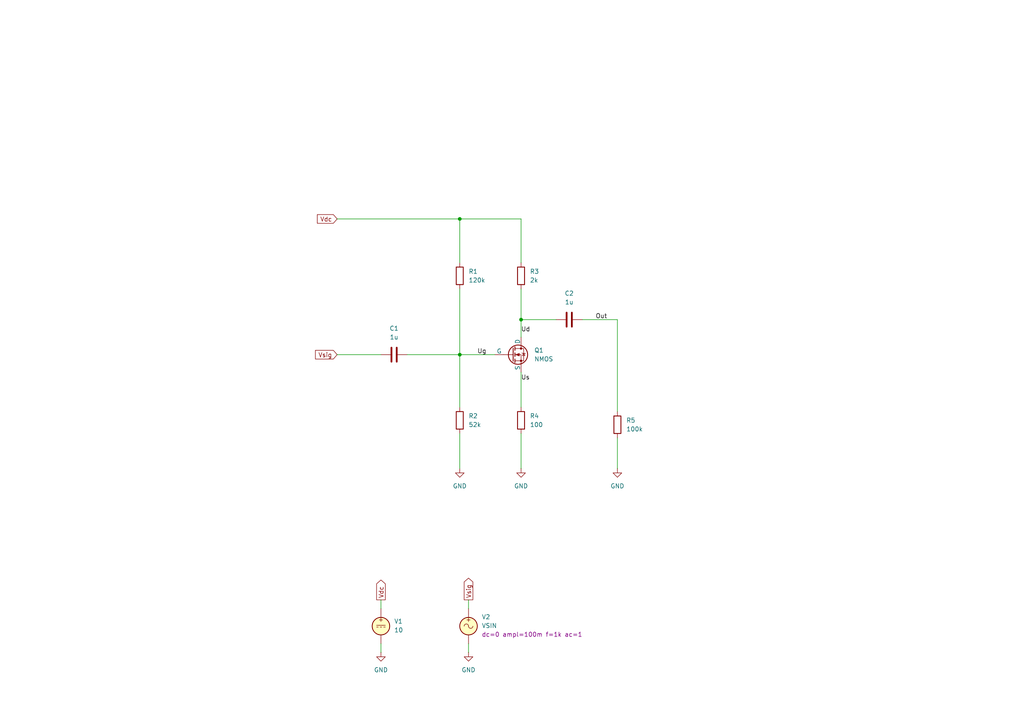
<source format=kicad_sch>
(kicad_sch (version 20250114) (generator "eeschema") (generator_version "9.0")
  (paper "A4")
  (title_block (title "NMOS as amplifier (CS)") (date "2025-03-02") (company "GitHub/OJStuff"))
  (lib_symbols
    (symbol "Device:C" (pin_numbers (hide yes)) (pin_names (offset 0.254))
      (property "Reference" "C" (at 0.635 2.54 0))
      (property "Value" "C" (at 0.635 -2.54 0))
      (symbol "C_0_1"
        (polyline (pts (xy -2.032 0.762) (xy 2.032 0.762)) (stroke (width 0.508)))
        (polyline (pts (xy -2.032 -0.762) (xy 2.032 -0.762)) (stroke (width 0.508)))
      )
      (symbol "C_1_1"
        (pin passive line (at 0 3.81 270) (length 2.794) (name "~") (number "1"))
        (pin passive line (at 0 -3.81 90) (length 2.794) (name "~") (number "2"))
      )
    )
    (symbol "Device:R" (pin_numbers (hide yes)) (pin_names (offset 0))
      (property "Reference" "R" (at 2.032 0 90))
      (property "Value" "R" (at 0 0 90))
      (symbol "R_0_1"
        (rectangle (start -1.016 -2.54) (end 1.016 2.54) (stroke (width 0.254)))
      )
      (symbol "R_1_1"
        (pin passive line (at 0 3.81 270) (length 1.27) (name "~") (number "1"))
        (pin passive line (at 0 -3.81 90) (length 1.27) (name "~") (number "2"))
      )
    )
    (symbol "Simulation_SPICE:NMOS" (pin_numbers (hide yes)) (pin_names (offset 0))
      (property "Reference" "Q" (at 5.08 1.27 0))
      (property "Value" "NMOS" (at 5.08 -1.27 0))
      (symbol "NMOS_0_1"
        (polyline (pts (xy 0.254 1.905) (xy 0.254 -1.905)) (stroke (width 0.254)))
        (polyline (pts (xy 0.254 0) (xy -2.54 0)))
        (polyline (pts (xy 0.762 2.286) (xy 0.762 1.27)) (stroke (width 0.254)))
        (polyline (pts (xy 0.762 0.508) (xy 0.762 -0.508)) (stroke (width 0.254)))
        (polyline (pts (xy 0.762 -1.27) (xy 0.762 -2.286)) (stroke (width 0.254)))
        (polyline (pts (xy 0.762 -1.778) (xy 3.302 -1.778) (xy 3.302 1.778) (xy 0.762 1.778)))
        (polyline (pts (xy 1.016 0) (xy 2.032 0.381) (xy 2.032 -0.381) (xy 1.016 0)) (fill (type outline)))
        (circle (center 1.651 0) (radius 2.794) (stroke (width 0.254)))
        (polyline (pts (xy 2.54 2.54) (xy 2.54 1.778)))
        (circle (center 2.54 1.778) (radius 0.254) (fill (type outline)))
        (circle (center 2.54 -1.778) (radius 0.254) (fill (type outline)))
        (polyline (pts (xy 2.54 -2.54) (xy 2.54 0) (xy 0.762 0)))
        (polyline (pts (xy 2.794 0.508) (xy 2.921 0.381) (xy 3.683 0.381) (xy 3.81 0.254)))
        (polyline (pts (xy 3.302 0.381) (xy 2.921 -0.254) (xy 3.683 -0.254) (xy 3.302 0.381)))
      )
      (symbol "NMOS_1_1"
        (pin input line (at -5.08 0 0) (length 2.54) (name "G") (number "2"))
        (pin passive line (at 2.54 5.08 270) (length 2.54) (name "D") (number "1"))
        (pin passive line (at 2.54 -5.08 90) (length 2.54) (name "S") (number "3"))
      )
    )
    (symbol "Simulation_SPICE:VDC" (pin_numbers (hide yes)) (pin_names (offset 0.0254))
      (property "Reference" "V" (at 2.54 2.54 0))
      (property "Value" "1" (at 2.54 0 0))
      (symbol "VDC_0_0"
        (polyline (pts (xy -1.27 0.254) (xy 1.27 0.254)))
        (polyline (pts (xy -0.762 -0.254) (xy -1.27 -0.254)))
        (polyline (pts (xy 0.254 -0.254) (xy -0.254 -0.254)))
        (polyline (pts (xy 1.27 -0.254) (xy 0.762 -0.254)))
        (text "+" (at 0 1.905 0) (effects (font (size 1.27 1.27))))
      )
      (symbol "VDC_0_1"
        (circle (center 0 0) (radius 2.54) (stroke (width 0.254)) (fill (type background)))
      )
      (symbol "VDC_1_1"
        (pin passive line (at 0 5.08 270) (length 2.54) (name "~") (number "1"))
        (pin passive line (at 0 -5.08 90) (length 2.54) (name "~") (number "2"))
      )
    )
    (symbol "Simulation_SPICE:VSIN" (pin_numbers (hide yes)) (pin_names (offset 0.0254))
      (property "Reference" "V" (at 2.54 2.54 0))
      (property "Value" "VSIN" (at 2.54 0 0))
      (property "Sim.Params" "dc=0 ampl=1 f=1k ac=1" (at 2.54 -2.54 0))
      (symbol "VSIN_0_0"
        (arc (start -1.27 0) (mid -0.635 0.6323) (end 0 0))
        (arc (start 1.27 0) (mid 0.635 -0.6323) (end 0 0))
        (text "+" (at 0 1.905 0) (effects (font (size 1.27 1.27))))
      )
      (symbol "VSIN_0_1"
        (circle (center 0 0) (radius 2.54) (stroke (width 0.254)) (fill (type background)))
      )
      (symbol "VSIN_1_1"
        (pin passive line (at 0 5.08 270) (length 2.54) (name "~") (number "1"))
        (pin passive line (at 0 -5.08 90) (length 2.54) (name "~") (number "2"))
      )
    )
    (symbol "power:GND" (power) (pin_numbers (hide yes)) (pin_names (offset 0) (hide yes))
      (property "Value" "GND" (at 0 -3.81 0))
      (symbol "GND_0_1"
        (polyline (pts (xy 0 0) (xy 0 -1.27) (xy 1.27 -1.27) (xy 0 -2.54) (xy -1.27 -1.27) (xy 0 -1.27)))
      )
      (symbol "GND_1_1"
        (pin power_in line (at 0 0 270) (length 0) (name "~") (number "1"))
      )
    )
  )
  (junction (at 151.13 92.71))
  (junction (at 133.35 63.5))
  (junction (at 133.35 102.87))
  (wire (pts (xy 133.35 102.87) (xy 133.35 118.11)))
  (wire (pts (xy 110.49 176.53) (xy 110.49 173.99)))
  (wire (pts (xy 133.35 63.5) (xy 133.35 76.2)))
  (wire (pts (xy 133.35 83.82) (xy 133.35 102.87)))
  (wire (pts (xy 151.13 92.71) (xy 161.29 92.71)))
  (wire (pts (xy 135.89 176.53) (xy 135.89 173.99)))
  (wire (pts (xy 179.07 127) (xy 179.07 135.89)))
  (wire (pts (xy 168.91 92.71) (xy 179.07 92.71)))
  (wire (pts (xy 151.13 76.2) (xy 151.13 63.5)))
  (wire (pts (xy 179.07 92.71) (xy 179.07 119.38)))
  (wire (pts (xy 151.13 107.95) (xy 151.13 118.11)))
  (wire (pts (xy 151.13 92.71) (xy 151.13 97.79)))
  (wire (pts (xy 151.13 83.82) (xy 151.13 92.71)))
  (wire (pts (xy 133.35 125.73) (xy 133.35 135.89)))
  (wire (pts (xy 151.13 125.73) (xy 151.13 135.89)))
  (wire (pts (xy 97.79 63.5) (xy 133.35 63.5)))
  (wire (pts (xy 110.49 102.87) (xy 97.79 102.87)))
  (wire (pts (xy 110.49 186.69) (xy 110.49 189.23)))
  (wire (pts (xy 133.35 102.87) (xy 143.51 102.87)))
  (wire (pts (xy 118.11 102.87) (xy 133.35 102.87)))
  (wire (pts (xy 135.89 186.69) (xy 135.89 189.23)))
  (wire (pts (xy 151.13 63.5) (xy 133.35 63.5)))
  (label "Ud" (at 151.13 96.52 0))
  (label "Us" (at 151.13 110.49 0))
  (label "Ug" (at 138.43 102.87 0))
  (label "Out" (at 172.72 92.71 0))
  (global_label "Vdc" (shape output) (at 110.49 173.99 90) (property "Intersheetrefs" "${INTERSHEET_REFS}" (effects (hide yes))))
  (global_label "Vdc" (shape input) (at 97.79 63.5 180) (property "Intersheetrefs" "${INTERSHEET_REFS}" (effects (hide yes))))
  (global_label "Vsig" (shape output) (at 135.89 173.99 90) (property "Intersheetrefs" "${INTERSHEET_REFS}" (effects (hide yes))))
  (global_label "Vsig" (shape input) (at 97.79 102.87 180) (property "Intersheetrefs" "${INTERSHEET_REFS}" (effects (hide yes))))
  (symbol (lib_id "Simulation_SPICE:VDC") (at 110.49 181.61 0) (unit 1)
    (property "Reference" "V1" (at 114.3 180.2101 0) (effects (justify left)))
    (property "Value" "10" (at 114.3 182.7501 0) (effects (justify left)))
    (property "Datasheet" "https://ngspice.sourceforge.io/docs/ngspice-html-manual/manual.xhtml#sec_Independent_Sources_for" (effects (hide yes)))
    (property "Description" "Voltage source, DC" (effects (hide yes)))
    (property "Sim.Pins" "1=+ 2=-" (effects (hide yes)))
    (property "Sim.Type" "DC" (effects (hide yes)))
    (property "Sim.Device" "V" (effects (hide yes)))
  )
  (symbol (lib_id "Device:R") (at 133.35 80.01 0) (unit 1)
    (property "Reference" "R1" (at 135.89 78.7399 0) (effects (justify left)))
    (property "Value" "120k" (at 135.89 81.2799 0) (effects (justify left)))
    (property "Description" "Resistor" (effects (hide yes)))
  )
  (symbol (lib_id "Simulation_SPICE:VSIN") (at 135.89 181.61 0) (unit 1)
    (property "Reference" "V2" (at 139.7 178.9401 0) (effects (justify left)))
    (property "Value" "VSIN" (at 139.7 181.4801 0) (effects (justify left)))
    (property "Datasheet" "https://ngspice.sourceforge.io/docs/ngspice-html-manual/manual.xhtml#sec_Independent_Sources_for" (effects (hide yes)))
    (property "Description" "Voltage source, sinusoidal" (effects (hide yes)))
    (property "Sim.Pins" "1=+ 2=-" (effects (hide yes)))
    (property "Sim.Params" "dc=0 ampl=100m f=1k ac=1" (at 139.7 184.0201 0) (effects (justify left)))
    (property "Sim.Type" "SIN" (effects (hide yes)))
    (property "Sim.Device" "V" (effects (hide yes)))
  )
  (symbol (lib_id "power:GND") (at 110.49 189.23 0) (unit 1)
    (property "Reference" "#PWR01" (effects (hide yes)))
    (property "Value" "GND" (at 110.49 194.31 0))
    (property "Description" "Power symbol creates a global label with name \"GND\" , ground" (effects (hide yes)))
  )
  (symbol (lib_id "power:GND") (at 135.89 189.23 0) (unit 1)
    (property "Reference" "#PWR02" (effects (hide yes)))
    (property "Value" "GND" (at 135.89 194.31 0))
    (property "Description" "Power symbol creates a global label with name \"GND\" , ground" (effects (hide yes)))
  )
  (symbol (lib_id "Device:R") (at 133.35 121.92 0) (unit 1)
    (property "Reference" "R2" (at 135.89 120.6499 0) (effects (justify left)))
    (property "Value" "52k" (at 135.89 123.1899 0) (effects (justify left)))
    (property "Description" "Resistor" (effects (hide yes)))
  )
  (symbol (lib_id "Device:R") (at 151.13 121.92 0) (unit 1)
    (property "Reference" "R4" (at 153.67 120.6499 0) (effects (justify left)))
    (property "Value" "100" (at 153.67 123.1899 0) (effects (justify left)))
    (property "Description" "Resistor" (effects (hide yes)))
  )
  (symbol (lib_id "Device:C") (at 114.3 102.87 90) (unit 1)
    (property "Reference" "C1" (at 114.3 95.25 90))
    (property "Value" "1u" (at 114.3 97.79 90))
    (property "Description" "Unpolarized capacitor" (effects (hide yes)))
  )
  (symbol (lib_id "power:GND") (at 179.07 135.89 0) (unit 1)
    (property "Reference" "#PWR05" (effects (hide yes)))
    (property "Value" "GND" (at 179.07 140.97 0))
    (property "Description" "Power symbol creates a global label with name \"GND\" , ground" (effects (hide yes)))
  )
  (symbol (lib_id "power:GND") (at 133.35 135.89 0) (unit 1)
    (property "Reference" "#PWR03" (effects (hide yes)))
    (property "Value" "GND" (at 133.35 140.97 0))
    (property "Description" "Power symbol creates a global label with name \"GND\" , ground" (effects (hide yes)))
  )
  (symbol (lib_id "Simulation_SPICE:NMOS") (at 148.59 102.87 0) (unit 1)
    (property "Reference" "Q1" (at 154.94 101.5999 0) (effects (justify left)))
    (property "Value" "NMOS" (at 154.94 104.1399 0) (effects (justify left)))
    (property "Datasheet" "https://ngspice.sourceforge.io/docs/ngspice-html-manual/manual.xhtml#cha_MOSFETs" (effects (hide yes)))
    (property "Description" "N-MOSFET transistor, drain/source/gate" (effects (hide yes)))
    (property "Sim.Device" "NMOS" (effects (hide yes)))
    (property "Sim.Type" "VDMOS" (effects (hide yes)))
    (property "Sim.Pins" "1=D 2=G 3=S" (effects (hide yes)))
  )
  (symbol (lib_id "Device:R") (at 179.07 123.19 0) (unit 1)
    (property "Reference" "R5" (at 181.61 121.9199 0) (effects (justify left)))
    (property "Value" "100k" (at 181.61 124.4599 0) (effects (justify left)))
    (property "Description" "Resistor" (effects (hide yes)))
  )
  (symbol (lib_id "Device:C") (at 165.1 92.71 90) (unit 1)
    (property "Reference" "C2" (at 165.1 85.09 90))
    (property "Value" "1u" (at 165.1 87.63 90))
    (property "Description" "Unpolarized capacitor" (effects (hide yes)))
  )
  (symbol (lib_id "power:GND") (at 151.13 135.89 0) (unit 1)
    (property "Reference" "#PWR04" (effects (hide yes)))
    (property "Value" "GND" (at 151.13 140.97 0))
    (property "Description" "Power symbol creates a global label with name \"GND\" , ground" (effects (hide yes)))
  )
  (symbol (lib_id "Device:R") (at 151.13 80.01 0) (unit 1)
    (property "Reference" "R3" (at 153.67 78.7399 0) (effects (justify left)))
    (property "Value" "2k" (at 153.67 81.2799 0) (effects (justify left)))
    (property "Description" "Resistor" (effects (hide yes)))
  )
)
</source>
